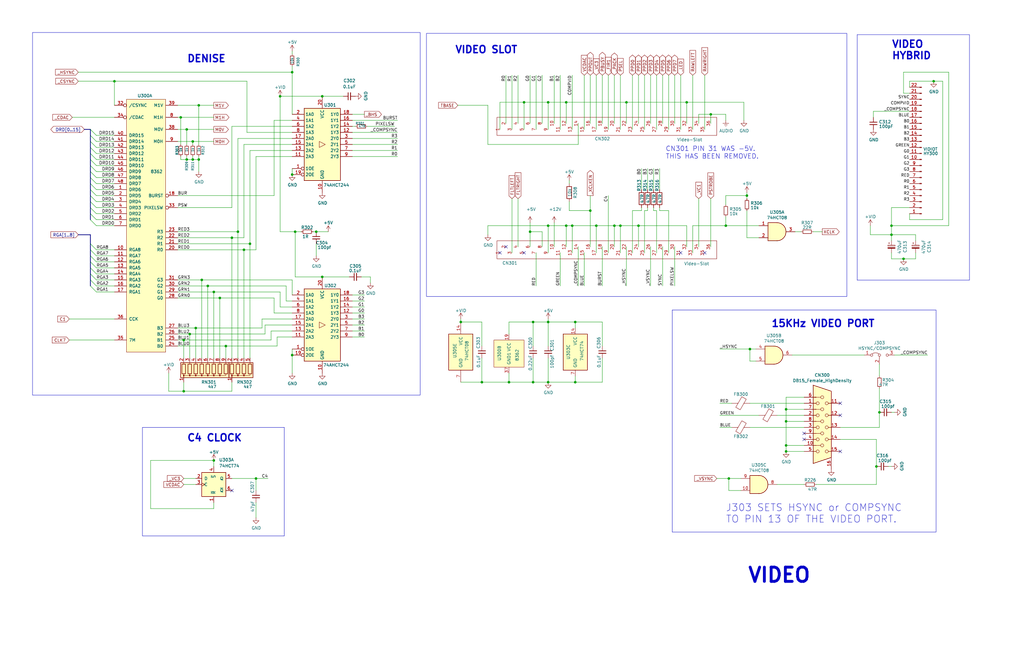
<source format=kicad_sch>
(kicad_sch (version 20231120) (generator "eeschema") (generator_version "8.0")
  (paper "B")
  (title_block (title "AMIGA PCI") (date "2024-07-03") (rev "4.0"))
  (junction (at 223.52 97.79))
  (junction (at 123.19 73.66))
  (junction (at 289.56 43.18))
  (junction (at 231.14 95.25))
  (junction (at 78.74 54.61))
  (junction (at 314.96 82.55))
  (junction (at 76.2 49.53))
  (junction (at 194.31 135.89))
  (junction (at 241.3 95.25))
  (junction (at 248.92 88.9))
  (junction (at 135.89 40.64))
  (junction (at 370.84 173.99))
  (junction (at 242.57 135.89))
  (junction (at 83.82 44.45))
  (junction (at 375.92 99.06))
  (junction (at 123.19 30.48))
  (junction (at 102.87 105.41))
  (junction (at 261.62 95.25))
  (junction (at 90.17 123.19))
  (junction (at 203.2 161.29))
  (junction (at 105.41 102.87))
  (junction (at 97.79 100.33))
  (junction (at 81.28 59.69))
  (junction (at 82.55 138.43))
  (junction (at 316.23 147.32))
  (junction (at 214.63 161.29))
  (junction (at 259.08 95.25))
  (junction (at 393.7 34.29))
  (junction (at 48.26 34.29))
  (junction (at 307.34 201.93))
  (junction (at 331.47 177.8))
  (junction (at 299.72 48.26))
  (junction (at 124.46 97.79))
  (junction (at 331.47 172.72))
  (junction (at 85.09 118.11))
  (junction (at 238.76 43.18))
  (junction (at 231.14 135.89))
  (junction (at 269.24 95.25))
  (junction (at 224.79 161.29))
  (junction (at 100.33 97.79))
  (junction (at 231.14 43.18))
  (junction (at 224.79 135.89))
  (junction (at 369.57 196.85))
  (junction (at 306.07 95.25))
  (junction (at 123.19 149.86))
  (junction (at 81.28 67.31))
  (junction (at 231.14 161.29))
  (junction (at 83.82 67.31))
  (junction (at 331.47 187.96))
  (junction (at 95.25 146.05))
  (junction (at 242.57 161.29))
  (junction (at 118.11 40.64))
  (junction (at 77.47 165.1))
  (junction (at 87.63 120.65))
  (junction (at 381 109.22))
  (junction (at 80.01 140.97))
  (junction (at 107.95 201.93))
  (junction (at 77.47 143.51))
  (junction (at 238.76 95.25))
  (junction (at 331.47 190.5))
  (junction (at 92.71 125.73))
  (junction (at 135.89 116.84))
  (junction (at 220.98 43.18))
  (junction (at 375.92 95.25))
  (junction (at 90.17 194.31))
  (junction (at 264.16 43.18))
  (junction (at 251.46 95.25))
  (junction (at 78.74 67.31))
  (junction (at 133.35 97.79))
  (no_connect (at 287.02 106.68))
  (no_connect (at 213.36 104.14))
  (no_connect (at 210.82 106.68))
  (no_connect (at 354.33 170.18))
  (no_connect (at 339.09 185.42))
  (no_connect (at 354.33 175.26))
  (no_connect (at 97.79 207.01))
  (no_connect (at 297.18 106.68))
  (no_connect (at 220.98 106.68))
  (no_connect (at 354.33 190.5))
  (no_connect (at 339.09 182.88))
  (bus_entry (at 40.64 118.11) (size -2.54 -2.54))
  (bus_entry (at 40.64 77.47) (size -2.54 -2.54))
  (bus_entry (at 40.64 80.01) (size -2.54 -2.54))
  (bus_entry (at 40.64 59.69) (size -2.54 -2.54))
  (bus_entry (at 40.64 85.09) (size -2.54 -2.54))
  (bus_entry (at 40.64 72.39) (size -2.54 -2.54))
  (bus_entry (at 40.64 57.15) (size -2.54 -2.54))
  (bus_entry (at 40.64 62.23) (size -2.54 -2.54))
  (bus_entry (at 40.64 95.25) (size -2.54 -2.54))
  (bus_entry (at 40.64 107.95) (size -2.54 -2.54))
  (bus_entry (at 40.64 113.03) (size -2.54 -2.54))
  (bus_entry (at 40.64 123.19) (size -2.54 -2.54))
  (bus_entry (at 40.64 110.49) (size -2.54 -2.54))
  (bus_entry (at 40.64 82.55) (size -2.54 -2.54))
  (bus_entry (at 40.64 67.31) (size -2.54 -2.54))
  (bus_entry (at 40.64 90.17) (size -2.54 -2.54))
  (bus_entry (at 40.64 120.65) (size -2.54 -2.54))
  (bus_entry (at 40.64 64.77) (size -2.54 -2.54))
  (bus_entry (at 40.64 92.71) (size -2.54 -2.54))
  (bus_entry (at 40.64 69.85) (size -2.54 -2.54))
  (bus_entry (at 40.64 87.63) (size -2.54 -2.54))
  (bus_entry (at 40.64 115.57) (size -2.54 -2.54))
  (bus_entry (at 40.64 105.41) (size -2.54 -2.54))
  (bus_entry (at 40.64 74.93) (size -2.54 -2.54))
  (wire (pts (xy 218.44 104.14) (xy 218.44 83.82)))
  (wire (pts (xy 303.53 180.34) (xy 308.61 180.34)))
  (wire (pts (xy 327.66 175.26) (xy 339.09 175.26)))
  (wire (pts (xy 251.46 54.61) (xy 251.46 31.75)))
  (wire (pts (xy 383.54 34.29) (xy 393.7 34.29)))
  (wire (pts (xy 148.59 55.88) (xy 167.64 55.88)))
  (wire (pts (xy 297.18 54.61) (xy 297.18 31.75)))
  (wire (pts (xy 118.11 129.54) (xy 118.11 123.19)))
  (wire (pts (xy 383.54 92.71) (xy 383.54 90.17)))
  (wire (pts (xy 292.1 95.25) (xy 306.07 95.25)))
  (wire (pts (xy 82.55 138.43) (xy 110.49 138.43)))
  (wire (pts (xy 264.16 43.18) (xy 289.56 43.18)))
  (wire (pts (xy 400.05 30.48) (xy 400.05 95.25)))
  (wire (pts (xy 76.2 49.53) (xy 90.17 49.53)))
  (bus (pts (xy 38.1 54.61) (xy 38.1 57.15)))
  (wire (pts (xy 100.33 97.79) (xy 100.33 151.13)))
  (wire (pts (xy 242.57 161.29) (xy 254 161.29)))
  (wire (pts (xy 203.2 161.29) (xy 194.31 161.29)))
  (wire (pts (xy 215.9 54.61) (xy 215.9 31.75)))
  (wire (pts (xy 226.06 54.61) (xy 226.06 31.75)))
  (wire (pts (xy 254 135.89) (xy 242.57 135.89)))
  (wire (pts (xy 148.59 137.16) (xy 153.67 137.16)))
  (bus (pts (xy 38.1 99.06) (xy 38.1 102.87)))
  (wire (pts (xy 281.94 88.9) (xy 281.94 106.68)))
  (wire (pts (xy 256.54 54.61) (xy 256.54 31.75)))
  (wire (pts (xy 271.78 88.9) (xy 273.05 88.9)))
  (wire (pts (xy 251.46 95.25) (xy 241.3 95.25)))
  (wire (pts (xy 254 104.14) (xy 254 120.65)))
  (wire (pts (xy 74.93 140.97) (xy 80.01 140.97)))
  (wire (pts (xy 231.14 151.13) (xy 231.14 161.29)))
  (wire (pts (xy 156.21 119.38) (xy 156.21 116.84)))
  (wire (pts (xy 303.53 175.26) (xy 320.04 175.26)))
  (wire (pts (xy 48.26 62.23) (xy 40.64 62.23)))
  (wire (pts (xy 82.55 138.43) (xy 82.55 151.13)))
  (wire (pts (xy 241.3 106.68) (xy 241.3 95.25)))
  (wire (pts (xy 231.14 95.25) (xy 205.74 95.25)))
  (wire (pts (xy 381 30.48) (xy 400.05 30.48)))
  (wire (pts (xy 193.04 44.45) (xy 205.74 44.45)))
  (wire (pts (xy 81.28 67.31) (xy 83.82 67.31)))
  (wire (pts (xy 299.72 52.07) (xy 299.72 48.26)))
  (wire (pts (xy 224.79 146.05) (xy 224.79 135.89)))
  (wire (pts (xy 48.26 87.63) (xy 40.64 87.63)))
  (wire (pts (xy 270.51 88.9) (xy 266.7 88.9)))
  (wire (pts (xy 254 161.29) (xy 254 151.13)))
  (wire (pts (xy 77.47 165.1) (xy 71.12 165.1)))
  (wire (pts (xy 370.84 153.67) (xy 370.84 158.75)))
  (wire (pts (xy 256.54 82.55) (xy 256.54 106.68)))
  (wire (pts (xy 40.64 118.11) (xy 48.26 118.11)))
  (wire (pts (xy 246.38 106.68) (xy 246.38 120.65)))
  (wire (pts (xy 74.93 125.73) (xy 92.71 125.73)))
  (wire (pts (xy 144.78 40.64) (xy 135.89 40.64)))
  (wire (pts (xy 148.59 142.24) (xy 153.67 142.24)))
  (bus (pts (xy 38.1 110.49) (xy 38.1 113.03)))
  (wire (pts (xy 40.64 90.17) (xy 48.26 90.17)))
  (wire (pts (xy 203.2 146.05) (xy 203.2 135.89)))
  (wire (pts (xy 77.47 143.51) (xy 114.3 143.51)))
  (wire (pts (xy 105.41 102.87) (xy 105.41 63.5)))
  (wire (pts (xy 218.44 52.07) (xy 218.44 31.75)))
  (wire (pts (xy 299.72 48.26) (xy 306.07 48.26)))
  (wire (pts (xy 203.2 151.13) (xy 203.2 161.29)))
  (wire (pts (xy 83.82 44.45) (xy 83.82 60.96)))
  (wire (pts (xy 194.31 134.62) (xy 194.31 135.89)))
  (wire (pts (xy 367.03 99.06) (xy 367.03 95.25)))
  (wire (pts (xy 104.14 55.88) (xy 104.14 34.29)))
  (wire (pts (xy 224.79 135.89) (xy 231.14 135.89)))
  (wire (pts (xy 251.46 106.68) (xy 251.46 95.25)))
  (wire (pts (xy 147.32 116.84) (xy 135.89 116.84)))
  (wire (pts (xy 33.02 30.48) (xy 123.19 30.48)))
  (wire (pts (xy 274.32 104.14) (xy 274.32 120.65)))
  (wire (pts (xy 102.87 105.41) (xy 107.95 105.41)))
  (wire (pts (xy 48.26 67.31) (xy 40.64 67.31)))
  (wire (pts (xy 240.03 88.9) (xy 248.92 88.9)))
  (wire (pts (xy 74.93 87.63) (xy 97.79 87.63)))
  (wire (pts (xy 231.14 161.29) (xy 242.57 161.29)))
  (wire (pts (xy 238.76 43.18) (xy 264.16 43.18)))
  (wire (pts (xy 102.87 100.33) (xy 102.87 60.96)))
  (wire (pts (xy 48.26 49.53) (xy 30.48 49.53)))
  (wire (pts (xy 316.23 170.18) (xy 339.09 170.18)))
  (wire (pts (xy 124.46 97.79) (xy 127 97.79)))
  (wire (pts (xy 314.96 88.9) (xy 314.96 100.33)))
  (wire (pts (xy 241.3 54.61) (xy 241.3 31.75)))
  (wire (pts (xy 107.95 201.93) (xy 113.03 201.93)))
  (wire (pts (xy 48.26 44.45) (xy 48.26 34.29)))
  (wire (pts (xy 294.64 52.07) (xy 294.64 48.26)))
  (wire (pts (xy 377.19 149.86) (xy 391.16 149.86)))
  (wire (pts (xy 238.76 52.07) (xy 238.76 43.18)))
  (wire (pts (xy 284.48 52.07) (xy 284.48 31.75)))
  (wire (pts (xy 294.64 104.14) (xy 294.64 83.82)))
  (wire (pts (xy 231.14 146.05) (xy 231.14 135.89)))
  (wire (pts (xy 40.64 107.95) (xy 48.26 107.95)))
  (wire (pts (xy 78.74 67.31) (xy 81.28 67.31)))
  (wire (pts (xy 316.23 147.32) (xy 318.77 147.32)))
  (wire (pts (xy 74.93 82.55) (xy 115.57 82.55)))
  (wire (pts (xy 203.2 135.89) (xy 194.31 135.89)))
  (wire (pts (xy 312.42 207.01) (xy 307.34 207.01)))
  (wire (pts (xy 220.98 54.61) (xy 220.98 43.18)))
  (wire (pts (xy 40.64 74.93) (xy 48.26 74.93)))
  (wire (pts (xy 383.54 87.63) (xy 375.92 87.63)))
  (wire (pts (xy 40.64 110.49) (xy 48.26 110.49)))
  (wire (pts (xy 74.93 143.51) (xy 77.47 143.51)))
  (wire (pts (xy 154.94 53.34) (xy 166.37 53.34)))
  (wire (pts (xy 231.14 135.89) (xy 242.57 135.89)))
  (wire (pts (xy 264.16 52.07) (xy 264.16 43.18)))
  (wire (pts (xy 276.86 88.9) (xy 276.86 106.68)))
  (wire (pts (xy 114.3 139.7) (xy 123.19 139.7)))
  (wire (pts (xy 48.26 92.71) (xy 40.64 92.71)))
  (wire (pts (xy 48.26 77.47) (xy 40.64 77.47)))
  (wire (pts (xy 48.26 72.39) (xy 40.64 72.39)))
  (wire (pts (xy 246.38 54.61) (xy 246.38 31.75)))
  (wire (pts (xy 242.57 135.89) (xy 242.57 138.43)))
  (bus (pts (xy 38.1 72.39) (xy 38.1 74.93)))
  (wire (pts (xy 90.17 214.63) (xy 63.5 214.63)))
  (wire (pts (xy 148.59 66.04) (xy 167.64 66.04)))
  (wire (pts (xy 233.68 104.14) (xy 233.68 93.98)))
  (wire (pts (xy 289.56 104.14) (xy 289.56 95.25)))
  (wire (pts (xy 240.03 85.09) (xy 240.03 88.9)))
  (wire (pts (xy 254 52.07) (xy 254 31.75)))
  (wire (pts (xy 292.1 54.61) (xy 292.1 31.75)))
  (wire (pts (xy 346.71 97.79) (xy 342.9 97.79)))
  (wire (pts (xy 377.19 173.99) (xy 375.92 173.99)))
  (wire (pts (xy 123.19 149.86) (xy 123.19 157.48)))
  (wire (pts (xy 123.19 22.86) (xy 123.19 21.59)))
  (wire (pts (xy 223.52 97.79) (xy 223.52 93.98)))
  (wire (pts (xy 314.96 82.55) (xy 314.96 81.28)))
  (wire (pts (xy 316.23 152.4) (xy 316.23 147.32)))
  (wire (pts (xy 233.68 52.07) (xy 233.68 31.75)))
  (wire (pts (xy 123.19 30.48) (xy 123.19 48.26)))
  (wire (pts (xy 299.72 104.14) (xy 299.72 83.82)))
  (wire (pts (xy 307.34 207.01) (xy 307.34 201.93)))
  (wire (pts (xy 383.54 39.37) (xy 381 39.37)))
  (wire (pts (xy 102.87 60.96) (xy 123.19 60.96)))
  (wire (pts (xy 215.9 106.68) (xy 215.9 83.82)))
  (wire (pts (xy 375.92 196.85) (xy 374.65 196.85)))
  (wire (pts (xy 74.93 49.53) (xy 76.2 49.53)))
  (wire (pts (xy 148.59 48.26) (xy 153.67 48.26)))
  (wire (pts (xy 80.01 140.97) (xy 111.76 140.97)))
  (wire (pts (xy 302.26 201.93) (xy 307.34 201.93)))
  (wire (pts (xy 97.79 53.34) (xy 97.79 87.63)))
  (wire (pts (xy 205.74 44.45) (xy 205.74 60.96)))
  (wire (pts (xy 74.93 54.61) (xy 78.74 54.61)))
  (bus (pts (xy 38.1 57.15) (xy 38.1 59.69)))
  (wire (pts (xy 327.66 204.47) (xy 339.09 204.47)))
  (wire (pts (xy 370.84 163.83) (xy 370.84 173.99)))
  (wire (pts (xy 148.59 60.96) (xy 167.64 60.96)))
  (wire (pts (xy 386.08 109.22) (xy 381 109.22)))
  (wire (pts (xy 339.09 172.72) (xy 331.47 172.72)))
  (wire (pts (xy 148.59 139.7) (xy 153.67 139.7)))
  (wire (pts (xy 279.4 120.65) (xy 279.4 104.14)))
  (wire (pts (xy 87.63 120.65) (xy 87.63 151.13)))
  (wire (pts (xy 148.59 134.62) (xy 153.67 134.62)))
  (wire (pts (xy 334.01 149.86) (xy 364.49 149.86)))
  (bus (pts (xy 38.1 115.57) (xy 38.1 118.11)))
  (wire (pts (xy 133.35 97.79) (xy 138.43 97.79)))
  (wire (pts (xy 83.82 72.39) (xy 83.82 67.31)))
  (wire (pts (xy 231.14 106.68) (xy 231.14 95.25)))
  (wire (pts (xy 123.19 71.12) (xy 123.19 73.66)))
  (wire (pts (xy 123.19 142.24) (xy 116.84 142.24)))
  (wire (pts (xy 270.51 71.12) (xy 270.51 80.01)))
  (wire (pts (xy 123.19 137.16) (xy 111.76 137.16)))
  (wire (pts (xy 77.47 201.93) (xy 82.55 201.93)))
  (wire (pts (xy 370.84 173.99) (xy 370.84 180.34)))
  (wire (pts (xy 228.6 97.79) (xy 223.52 97.79)))
  (wire (pts (xy 74.93 102.87) (xy 105.41 102.87)))
  (wire (pts (xy 306.07 86.36) (xy 306.07 82.55)))
  (wire (pts (xy 156.21 116.84) (xy 152.4 116.84)))
  (wire (pts (xy 148.59 50.8) (xy 167.64 50.8)))
  (bus (pts (xy 38.1 62.23) (xy 38.1 64.77)))
  (wire (pts (xy 275.59 87.63) (xy 275.59 88.9)))
  (wire (pts (xy 40.64 123.19) (xy 48.26 123.19)))
  (wire (pts (xy 331.47 167.64) (xy 331.47 172.72)))
  (wire (pts (xy 243.84 60.96) (xy 243.84 52.07)))
  (wire (pts (xy 275.59 71.12) (xy 275.59 80.01)))
  (bus (pts (xy 38.1 102.87) (xy 38.1 105.41)))
  (wire (pts (xy 63.5 194.31) (xy 90.17 194.31)))
  (wire (pts (xy 40.64 105.41) (xy 48.26 105.41)))
  (wire (pts (xy 63.5 214.63) (xy 63.5 194.31)))
  (wire (pts (xy 40.64 120.65) (xy 48.26 120.65)))
  (wire (pts (xy 81.28 59.69) (xy 90.17 59.69)))
  (wire (pts (xy 77.47 204.47) (xy 82.55 204.47)))
  (wire (pts (xy 228.6 104.14) (xy 228.6 97.79)))
  (wire (pts (xy 386.08 106.68) (xy 386.08 109.22)))
  (wire (pts (xy 115.57 132.08) (xy 123.19 132.08)))
  (wire (pts (xy 386.08 99.06) (xy 386.08 101.6)))
  (wire (pts (xy 284.48 104.14) (xy 284.48 120.65)))
  (wire (pts (xy 40.64 113.03) (xy 48.26 113.03)))
  (wire (pts (xy 123.19 129.54) (xy 118.11 129.54)))
  (wire (pts (xy 276.86 54.61) (xy 276.86 31.75)))
  (wire (pts (xy 368.3 46.99) (xy 368.3 49.53)))
  (wire (pts (xy 48.26 34.29) (xy 104.14 34.29)))
  (wire (pts (xy 81.28 59.69) (xy 81.28 60.96)))
  (wire (pts (xy 87.63 120.65) (xy 120.65 120.65)))
  (wire (pts (xy 270.51 87.63) (xy 270.51 88.9)))
  (wire (pts (xy 269.24 52.07) (xy 269.24 31.75)))
  (wire (pts (xy 266.7 54.61) (xy 266.7 31.75)))
  (wire (pts (xy 248.92 52.07) (xy 248.92 31.75)))
  (bus (pts (xy 35.56 54.61) (xy 38.1 54.61)))
  (wire (pts (xy 266.7 88.9) (xy 266.7 106.68)))
  (wire (pts (xy 110.49 134.62) (xy 110.49 138.43)))
  (wire (pts (xy 107.95 66.04) (xy 107.95 105.41)))
  (wire (pts (xy 123.19 147.32) (xy 123.19 149.86)))
  (wire (pts (xy 397.51 34.29) (xy 397.51 92.71)))
  (wire (pts (xy 313.69 43.18) (xy 313.69 50.8)))
  (wire (pts (xy 40.64 85.09) (xy 48.26 85.09)))
  (wire (pts (xy 77.47 161.29) (xy 77.47 165.1)))
  (bus (pts (xy 38.1 77.47) (xy 38.1 80.01)))
  (bus (pts (xy 38.1 80.01) (xy 38.1 82.55)))
  (wire (pts (xy 269.24 95.25) (xy 261.62 95.25)))
  (wire (pts (xy 236.22 106.68) (xy 236.22 120.65)))
  (wire (pts (xy 238.76 95.25) (xy 231.14 95.25)))
  (wire (pts (xy 74.93 59.69) (xy 81.28 59.69)))
  (wire (pts (xy 292.1 106.68) (xy 292.1 95.25)))
  (wire (pts (xy 148.59 53.34) (xy 149.86 53.34)))
  (wire (pts (xy 231.14 134.62) (xy 231.14 135.89)))
  (wire (pts (xy 214.63 157.48) (xy 214.63 161.29)))
  (wire (pts (xy 203.2 161.29) (xy 214.63 161.29)))
  (wire (pts (xy 148.59 129.54) (xy 153.67 129.54)))
  (wire (pts (xy 224.79 161.29) (xy 231.14 161.29)))
  (wire (pts (xy 278.13 87.63) (xy 278.13 88.9)))
  (wire (pts (xy 339.09 187.96) (xy 331.47 187.96)))
  (wire (pts (xy 83.82 44.45) (xy 90.17 44.45)))
  (wire (pts (xy 148.59 124.46) (xy 153.67 124.46)))
  (wire (pts (xy 76.2 49.53) (xy 76.2 60.96)))
  (wire (pts (xy 123.19 27.94) (xy 123.19 30.48)))
  (wire (pts (xy 148.59 127) (xy 153.67 127)))
  (wire (pts (xy 273.05 88.9) (xy 273.05 87.63)))
  (wire (pts (xy 236.22 54.61) (xy 236.22 31.75)))
  (bus (pts (xy 38.1 118.11) (xy 38.1 120.65)))
  (bus (pts (xy 38.1 87.63) (xy 38.1 90.17)))
  (wire (pts (xy 40.64 69.85) (xy 48.26 69.85)))
  (bus (pts (xy 38.1 113.03) (xy 38.1 115.57)))
  (wire (pts (xy 71.12 157.48) (xy 71.12 165.1)))
  (wire (pts (xy 259.08 52.07) (xy 259.08 31.75)))
  (wire (pts (xy 261.62 106.68) (xy 261.62 95.25)))
  (wire (pts (xy 97.79 161.29) (xy 97.79 165.1)))
  (wire (pts (xy 74.93 44.45) (xy 83.82 44.45)))
  (wire (pts (xy 261.62 54.61) (xy 261.62 31.75)))
  (wire (pts (xy 316.23 147.32) (xy 303.53 147.32)))
  (wire (pts (xy 331.47 190.5) (xy 339.09 190.5)))
  (wire (pts (xy 97.79 201.93) (xy 107.95 201.93)))
  (wire (pts (xy 214.63 135.89) (xy 214.63 140.97)))
  (wire (pts (xy 95.25 146.05) (xy 95.25 151.13)))
  (wire (pts (xy 213.36 52.07) (xy 213.36 31.75)))
  (bus (pts (xy 38.1 74.93) (xy 38.1 77.47)))
  (wire (pts (xy 102.87 105.41) (xy 102.87 151.13)))
  (wire (pts (xy 306.07 82.55) (xy 314.96 82.55)))
  (wire (pts (xy 287.02 54.61) (xy 287.02 31.75)))
  (wire (pts (xy 123.19 66.04) (xy 107.95 66.04)))
  (bus (pts (xy 38.1 67.31) (xy 38.1 69.85)))
  (wire (pts (xy 339.09 177.8) (xy 331.47 177.8)))
  (wire (pts (xy 90.17 212.09) (xy 90.17 214.63)))
  (bus (pts (xy 38.1 69.85) (xy 38.1 72.39)))
  (wire (pts (xy 240.03 76.2) (xy 240.03 77.47)))
  (wire (pts (xy 83.82 67.31) (xy 83.82 66.04)))
  (wire (pts (xy 92.71 125.73) (xy 92.71 151.13)))
  (wire (pts (xy 95.25 146.05) (xy 116.84 146.05)))
  (wire (pts (xy 100.33 97.79) (xy 100.33 58.42)))
  (wire (pts (xy 40.64 115.57) (xy 48.26 115.57)))
  (wire (pts (xy 369.57 196.85) (xy 369.57 185.42)))
  (wire (pts (xy 214.63 135.89) (xy 224.79 135.89)))
  (wire (pts (xy 289.56 52.07) (xy 289.56 43.18)))
  (wire (pts (xy 231.14 54.61) (xy 231.14 43.18)))
  (wire (pts (xy 220.98 43.18) (xy 231.14 43.18)))
  (bus (pts (xy 38.1 85.09) (xy 38.1 87.63)))
  (wire (pts (xy 306.07 95.25) (xy 320.04 95.25)))
  (wire (pts (xy 97.79 53.34) (xy 123.19 53.34)))
  (wire (pts (xy 29.21 143.51) (xy 48.26 143.51)))
  (wire (pts (xy 400.05 95.25) (xy 375.92 95.25)))
  (bus (pts (xy 38.1 82.55) (xy 38.1 85.09)))
  (wire (pts (xy 135.89 40.64) (xy 118.11 40.64)))
  (wire (pts (xy 81.28 66.04) (xy 81.28 67.31)))
  (wire (pts (xy 77.47 165.1) (xy 97.79 165.1)))
  (wire (pts (xy 274.32 52.07) (xy 274.32 31.75)))
  (wire (pts (xy 124.46 97.79) (xy 124.46 116.84)))
  (wire (pts (xy 92.71 125.73) (xy 115.57 125.73)))
  (wire (pts (xy 90.17 194.31) (xy 90.17 196.85)))
  (wire (pts (xy 107.95 212.09) (xy 107.95 218.44)))
  (wire (pts (xy 123.19 127) (xy 120.65 127)))
  (wire (pts (xy 314.96 100.33) (xy 320.04 100.33)))
  (wire (pts (xy 74.93 97.79) (xy 100.33 97.79)))
  (wire (pts (xy 381 109.22) (xy 375.92 109.22)))
  (wire (pts (xy 148.59 58.42) (xy 167.64 58.42)))
  (wire (pts (xy 289.56 43.18) (xy 313.69 43.18)))
  (wire (pts (xy 97.79 100.33) (xy 97.79 151.13)))
  (bus (pts (xy 38.1 64.77) (xy 38.1 67.31)))
  (wire (pts (xy 248.92 82.55) (xy 248.92 88.9)))
  (wire (pts (xy 264.16 104.14) (xy 264.16 120.65)))
  (wire (pts (xy 243.84 104.14) (xy 243.84 120.65)))
  (wire (pts (xy 115.57 50.8) (xy 123.19 50.8)))
  (wire (pts (xy 331.47 187.96) (xy 331.47 190.5)))
  (wire (pts (xy 339.09 180.34) (xy 316.23 180.34)))
  (wire (pts (xy 275.59 88.9) (xy 276.86 88.9)))
  (wire (pts (xy 85.09 118.11) (xy 85.09 151.13)))
  (wire (pts (xy 344.17 204.47) (xy 369.57 204.47)))
  (wire (pts (xy 375.92 109.22) (xy 375.92 106.68)))
  (wire (pts (xy 78.74 54.61) (xy 78.74 60.96)))
  (wire (pts (xy 76.2 66.04) (xy 76.2 67.31)))
  (wire (pts (xy 381 39.37) (xy 381 30.48)))
  (wire (pts (xy 107.95 201.93) (xy 107.95 207.01)))
  (wire (pts (xy 303.53 170.18) (xy 308.61 170.18)))
  (wire (pts (xy 48.26 34.29) (xy 33.02 34.29)))
  (wire (pts (xy 115.57 125.73) (xy 115.57 132.08)))
  (wire (pts (xy 85.09 118.11) (xy 123.19 118.11)))
  (wire (pts (xy 111.76 137.16) (xy 111.76 140.97)))
  (wire (pts (xy 74.93 138.43) (xy 82.55 138.43)))
  (wire (pts (xy 259.08 104.14) (xy 259.08 95.25)))
  (wire (pts (xy 306.07 48.26) (xy 306.07 50.8)))
  (wire (pts (xy 226.06 106.68) (xy 226.06 120.65)))
  (wire (pts (xy 40.64 95.25) (xy 48.26 95.25)))
  (bus (pts (xy 38.1 107.95) (xy 38.1 110.49)))
  (wire (pts (xy 312.42 201.93) (xy 307.34 201.93)))
  (wire (pts (xy 369.57 204.47) (xy 369.57 196.85)))
  (wire (pts (xy 393.7 34.29) (xy 397.51 34.29)))
  (wire (pts (xy 105.41 63.5) (xy 123.19 63.5)))
  (wire (pts (xy 90.17 123.19) (xy 118.11 123.19)))
  (wire (pts (xy 281.94 54.61) (xy 281.94 31.75)))
  (wire (pts (xy 339.09 167.64) (xy 331.47 167.64)))
  (wire (pts (xy 116.84 142.24) (xy 116.84 146.05)))
  (wire (pts (xy 210.82 43.18) (xy 220.98 43.18)))
  (wire (pts (xy 148.59 63.5) (xy 167.64 63.5)))
  (wire (pts (xy 278.13 88.9) (xy 281.94 88.9)))
  (wire (pts (xy 78.74 54.61) (xy 90.17 54.61)))
  (wire (pts (xy 369.57 185.42) (xy 354.33 185.42)))
  (wire (pts (xy 100.33 58.42) (xy 123.19 58.42)))
  (wire (pts (xy 238.76 104.14) (xy 238.76 95.25)))
  (wire (pts (xy 133.35 102.87) (xy 133.35 107.95)))
  (wire (pts (xy 375.92 95.25) (xy 375.92 99.06)))
  (wire (pts (xy 231.14 43.18) (xy 238.76 43.18)))
  (bus (pts (xy 38.1 59.69) (xy 38.1 62.23)))
  (wire (pts (xy 271.78 88.9) (xy 271.78 106.68)))
  (wire (pts (xy 74.93 105.41) (xy 102.87 105.41)))
  (wire (pts (xy 331.47 172.72) (xy 331.47 177.8)))
  (wire (pts (xy 375.92 99.06) (xy 386.08 99.06)))
  (wire (pts (xy 214.63 161.29) (xy 224.79 161.29)))
  (wire (pts (xy 269.24 104.14) (xy 269.24 95.25)))
  (wire (pts (xy 254 146.05) (xy 254 135.89)))
  (wire (pts (xy 97.79 100.33) (xy 102.87 100.33)))
  (wire (pts (xy 210.82 54.61) (xy 210.82 43.18)))
  (wire (pts (xy 279.4 52.07) (xy 279.4 31.75)))
  (wire (pts (xy 242.57 161.29) (xy 242.57 158.75)))
  (wire (pts (xy 105.41 102.87) (xy 105.41 151.13)))
  (wire (pts (xy 115.57 82.55) (xy 115.57 50.8)))
  (wire (pts (xy 48.26 57.15) (xy 40.64 57.15)))
  (bus (pts (xy 38.1 105.41) (xy 38.1 107.95)))
  (wire (pts (xy 271.78 54.61) (xy 271.78 31.75)))
  (wire (pts (xy 205.74 95.25) (xy 205.74 99.06)))
  (wire (pts (xy 74.93 146.05) (xy 95.25 146.05)))
  (wire (pts (xy 273.05 71.12) (xy 273.05 80.01)))
  (wire (pts (xy 223.52 104.14) (xy 223.52 97.79)))
  (wire (pts (xy 228.6 52.07) (xy 228.6 31.75)))
  (wire (pts (xy 248.92 88.9) (xy 248.92 104.14)))
  (wire (pts (xy 29.21 134.62) (xy 48.26 134.62)))
  (wire (pts (xy 205.74 60.96) (xy 243.84 60.96)))
  (wire (pts (xy 123.19 124.46) (xy 123.19 118.11)))
  (bus (pts (xy 38.1 99.06) (xy 33.02 99.06)))
  (wire (pts (xy 318.77 152.4) (xy 316.23 152.4)))
  (wire (pts (xy 375.92 101.6) (xy 375.92 99.06)))
  (wire (pts (xy 90.17 123.19) (xy 90.17 151.13)))
  (wire (pts (xy 397.51 92.71) (xy 383.54 92.71)))
  (wire (pts (xy 148.59 132.08) (xy 153.67 132.08)))
  (wire (pts (xy 74.93 120.65) (xy 87.63 120.65)))
  (wire (pts (xy 76.2 67.31) (xy 78.74 67.31)))
  (wire (pts (xy 114.3 143.51) (xy 114.3 139.7)))
  (wire (pts (xy 74.93 100.33) (xy 97.79 100.33)))
  (wire (pts (xy 278.13 71.12) (xy 278.13 80.01)))
  (wire (pts (xy 331.47 177.8) (xy 331.47 187.96)))
  (wire (pts (xy 74.93 118.11) (xy 85.09 118.11)))
  (wire (pts (xy 132.08 97.79) (xy 133.35 97.79)))
  (wire (pts (xy 40.64 80.01) (xy 48.26 80.01)))
  (wire (pts (xy 135.89 116.84) (xy 124.46 116.84)))
  (wire (pts (xy 48.26 82.55) (xy 40.64 82.55)))
  (wire (pts (xy 259.08 95.25) (xy 251.46 95.25)))
  (wire (pts (xy 375.92 87.63) (xy 375.92 95.25)))
  (wire (pts (xy 383.54 46.99) (xy 368.3 46.99)))
  (wire (pts (xy 367.03 99.06) (xy 375.92 99.06)))
  (wire (pts (xy 314.96 83.82) (xy 314.96 82.55)))
  (wire (pts (xy 223.52 52.07) (xy 223.52 31.75)))
  (wire (pts (xy 74.93 123.19) (xy 90.17 123.19)))
  (bus (pts (xy 38.1 90.17) (xy 38.1 92.71)))
  (wire (pts (xy 78.74 66.04) (xy 78.74 67.31)))
  (wire (pts (xy 241.3 95.25) (xy 238.76 95.25)))
  (wire (pts (xy 80.01 140.97) (xy 80.01 151.13)))
  (wire (pts (xy 224.79 151.13) (xy 224.79 161.29)))
  (wire (pts (xy 289.56 95.25) (xy 269.24 95.25)))
  (wire (pts (xy 383.54 36.83) (xy 383.54 34.29)))
  (wire (pts (xy 123.19 55.88) (xy 104.14 55.88)))
  (wire (pts (xy 40.64 64.77) (xy 48.26 64.77)))
  (wire (pts (xy 118.11 97.79) (xy 124.46 97.79)))
  (wire (pts (xy 294.64 48.26) (xy 299.72 48.26)))
  (wire (pts (xy 118.11 40.64) (xy 118.11 97.79)))
  (wire (pts (xy 306.07 91.44) (xy 306.07 95.25)))
  (wire (pts (xy 354.33 180.34) (xy 370.84 180.34)))
  (wire (pts (xy 120.65 127) (xy 120.65 120.65)))
  (wire (pts (xy 261.62 95.25) (xy 259.08 95.25)))
  (wire (pts (xy 123.19 134.62) (xy 110.49 134.62)))
  (wire (pts (xy 40.64 59.69) (xy 48.26 59.69)))
  (wire (pts (xy 77.47 143.51) (xy 77.47 151.13)))
  (wire (pts (xy 337.82 97.79) (xy 335.28 97.79)))
  (rectangle (start 13.716 13.716) (end 177.165 166.751))
  (rectangle (start 179.832 14.097) (end 357.124 125.095))
  (rectangle (start 361.442 14.605) (end 408.813 118.237))
  (rectangle (start 283.464 130.81) (end 394.716 224.536))
  (rectangle (start 60.071 180.34) (end 119.888 226.187))
  (text "VIDEO SLOT" (at 191.77 22.86 0) (effects (font (size 3 3) (bold yes)) (justify left bottom)))
  (text "J303 SETS HSYNC or COMPSYNC\nTO PIN 13 OF THE VIDEO PORT." (at 306.07 220.98 0) (effects (font (size 2.9972 2.9972)) (justify left bottom)))
  (text "VIDEO\nHYBRID" (at 375.92 25.4 0) (effects (font (size 3 3) (bold yes)) (justify left bottom)))
  (text "DENISE" (at 78.74 26.67 0) (effects (font (size 3 3) (thickness 0.6) (bold yes)) (justify left bottom)))
  (text "CN301 PIN 31 WAS -5V.\nTHIS HAS BEEN REMOVED." (at 280.67 67.31 0) (effects (font (size 2 2)) (justify left bottom)))
  (text "C4 CLOCK" (at 78.74 186.69 0) (effects (font (size 3 3) (thickness 0.6) (bold yes)) (justify left bottom)))
  (text "15KHz VIDEO PORT" (at 325.12 138.43 0) (effects (font (size 3 3) (bold yes)) (justify left bottom)))
  (text "VIDEO" (at 314.96 246.38 0) (effects (font (size 6 6) (thickness 1.2) (bold yes)) (justify left bottom)))
  (label "DRD4" (at 48.26 85.09 180) (effects (font (size 1.2954 1.2954))))
  (label "RGA5" (at 40.64 113.03 0) (effects (font (size 1.2954 1.2954))))
  (label "DRD5" (at 48.26 82.55 180) (effects (font (size 1.2954 1.2954))))
  (label "BLUE" (at 246.38 120.65 90) (effects (font (size 1.1938 1.1938))))
  (label "B1" (at 383.54 54.61 180) (effects (font (size 1.1938 1.1938))))
  (label "G2" (at 228.6 31.75 270))
  (label "R2" (at 383.54 82.55 180) (effects (font (size 1.1938 1.1938))))
  (label "R0" (at 213.36 31.75 270))
  (label "G2" (at 383.54 69.85 180) (effects (font (size 1.1938 1.1938))))
  (label "G3" (at 275.59 71.12 270))
  (label "DRD13" (at 48.26 62.23 180) (effects (font (size 1.2954 1.2954))))
  (label "B1" (at 153.67 139.7 180))
  (label "BLU3" (at 74.93 138.43 0))
  (label "PSW" (at 74.93 87.63 0))
  (label "RED2" (at 74.93 100.33 0))
  (label "COMPVID" (at 241.3 31.75 270))
  (label "BLU1" (at 74.93 143.51 0))
  (label "B0" (at 153.67 142.24 180))
  (label "DRD3" (at 48.26 87.63 180) (effects (font (size 1.2954 1.2954))))
  (label "BLUE" (at 383.54 49.53 180) (effects (font (size 1.1938 1.1938))))
  (label "GRN1" (at 74.93 123.19 0))
  (label "RED3" (at 74.93 97.79 0))
  (label "G1" (at 226.06 31.75 270))
  (label "RGA4" (at 40.64 115.57 0) (effects (font (size 1.2954 1.2954))))
  (label "R3" (at 383.54 85.09 180) (effects (font (size 1.1938 1.1938))))
  (label "B1" (at 233.68 31.75 270))
  (label "RGA6" (at 40.64 110.49 0) (effects (font (size 1.2954 1.2954))))
  (label "B3" (at 273.05 71.12 270))
  (label "B2" (at 383.54 57.15 180) (effects (font (size 1.1938 1.1938))))
  (label "COMPVID" (at 383.54 44.45 180) (effects (font (size 1.1938 1.1938))))
  (label "RGA3" (at 40.64 118.11 0) (effects (font (size 1.2954 1.2954))))
  (label "SYNC" (at 279.4 120.65 90))
  (label "B0" (at 270.51 71.12 270))
  (label "DRD2" (at 48.26 90.17 180) (effects (font (size 1.2954 1.2954))))
  (label "GREEN" (at 236.22 120.65 90) (effects (font (size 1.1938 1.1938))))
  (label "GREEN" (at 303.53 175.26 0) (effects (font (size 1.1938 1.1938))))
  (label "DRD12" (at 48.26 64.77 180) (effects (font (size 1.2954 1.2954))))
  (label "DRD0" (at 48.26 95.25 180) (effects (font (size 1.2954 1.2954))))
  (label "BUR" (at 74.93 82.55 0))
  (label "RED0" (at 74.93 105.41 0))
  (label "_COMPSYNC" (at 243.84 120.65 90) (effects (font (size 1.1938 1.1938))))
  (label "C4" (at 256.54 82.55 270))
  (label "R0" (at 383.54 77.47 180) (effects (font (size 1.1938 1.1938))))
  (label "B0" (at 383.54 52.07 180) (effects (font (size 1.1938 1.1938))))
  (label "RGA2" (at 40.64 120.65 0) (effects (font (size 1.2954 1.2954))))
  (label "R2" (at 167.64 60.96 180))
  (label "BURST" (at 254 120.65 90))
  (label "G1" (at 153.67 129.54 180))
  (label "DRD14" (at 48.26 59.69 180) (effects (font (size 1.2954 1.2954))))
  (label "DRD7" (at 48.26 77.47 180) (effects (font (size 1.2954 1.2954))))
  (label "B3" (at 383.54 59.69 180) (effects (font (size 1.1938 1.1938))))
  (label "DRD11" (at 48.26 67.31 180) (effects (font (size 1.2954 1.2954))))
  (label "R3" (at 278.13 71.12 270))
  (label "_COMPSYNC" (at 167.64 55.88 180))
  (label "DRD10" (at 48.26 69.85 180) (effects (font (size 1.2954 1.2954))))
  (label "R1" (at 215.9 31.75 270))
  (label "PIXELSW" (at 166.37 53.34 180))
  (label "RED1" (at 74.93 102.87 0))
  (label "_COMPSYNC" (at 391.16 149.86 180))
  (label "B2" (at 153.67 137.16 180))
  (label "GRN3" (at 74.93 118.11 0))
  (label "RGA8" (at 40.64 105.41 0) (effects (font (size 1.2954 1.2954))))
  (label "G0" (at 223.52 31.75 270))
  (label "G3" (at 383.54 72.39 180) (effects (font (size 1.1938 1.1938))))
  (label "R0" (at 167.64 66.04 180))
  (label "BLU2" (at 74.93 140.97 0))
  (label "_VSYNC" (at 274.32 120.65 90))
  (label "BLU0" (at 74.93 146.05 0))
  (label "DRD15" (at 48.26 57.15 180) (effects (font (size 1.2954 1.2954))))
  (label "PIXELSW" (at 284.48 120.65 90))
  (label "G3" (at 153.67 124.46 180))
  (label "BURST" (at 167.64 50.8 180))
  (label "DRD8" (at 48.26 74.93 180) (effects (font (size 1.2954 1.2954))))
  (label "B3" (at 153.67 134.62 180))
  (label "R2" (at 218.44 31.75 270))
  (label "DRD1" (at 48.26 92.71 180) (effects (font (size 1.2954 1.2954))))
  (label "_HSYNC" (at 264.16 120.65 90))
  (label "RED" (at 303.53 170.18 0) (effects (font (size 1.1938 1.1938))))
  (label "R1" (at 167.64 63.5 180))
  (label "B2" (at 236.22 31.75 270))
  (label "GRN2" (at 74.93 120.65 0))
  (label "BLUE" (at 303.53 180.34 0) (effects (font (size 1.1938 1.1938))))
  (label "G0" (at 383.54 64.77 180) (effects (font (size 1.1938 1.1938))))
  (label "RED" (at 383.54 74.93 180) (effects (font (size 1.1938 1.1938))))
  (label "C4" (at 113.03 201.93 180))
  (label "R3" (at 167.64 58.42 180))
  (label "RGA7" (at 40.64 107.95 0) (effects (font (size 1.2954 1.2954))))
  (label "_HSYNC" (at 303.53 147.32 0))
  (label "G0" (at 153.67 132.08 180))
  (label "RGA1" (at 40.64 123.19 0) (effects (font (size 1.2954 1.2954))))
  (label "DRD6" (at 48.26 80.01 180) (effects (font (size 1.2954 1.2954))))
  (label "GREEN" (at 383.54 62.23 180) (effects (font (size 1.1938 1.1938))))
  (label "_COMPSYNC" (at 383.54 46.99 180) (effects (font (size 1.1938 1.1938))))
  (label "G2" (at 153.67 127 180))
  (label "DRD9" (at 48.26 72.39 180) (effects (font (size 1.2954 1.2954))))
  (label "GRN0" (at 74.93 125.73 0))
  (label "G1" (at 383.54 67.31 180) (effects (font (size 1.1938 1.1938))))
  (label "RED" (at 226.06 120.65 90) (effects (font (size 1.1938 1.1938))))
  (label "SYNC" (at 383.54 41.91 180) (effects (font (size 1.1938 1.1938))))
  (label "R1" (at 383.54 80.01 180) (effects (font (size 1.1938 1.1938))))
  (global_label "_VSYNC" (shape input) (at 302.26 201.93 180) (property "Intersheetrefs" "${INTERSHEET_REFS}" (at 292.3994 201.93 0) (effects (justify right))))
  (global_label "FLTLEFT" (shape input) (at 215.9 83.82 90) (property "Intersheetrefs" "${INTERSHEET_REFS}" (at 215.9 73.5966 90) (effects (justify left))))
  (global_label "PPD4" (shape bidirectional) (at 276.86 31.75 90) (property "Intersheetrefs" "${INTERSHEET_REFS}" (at 276.86 22.7134 90) (effects (justify left))))
  (global_label "PSTROBE" (shape input) (at 299.72 83.82 90) (property "Intersheetrefs" "${INTERSHEET_REFS}" (at 299.72 72.4476 90) (effects (justify left))))
  (global_label "_VC3" (shape input) (at 251.46 31.75 90) (property "Intersheetrefs" "${INTERSHEET_REFS}" (at 251.46 24.3085 90) (effects (justify left))))
  (global_label "FLTRIGHT" (shape input) (at 218.44 83.82 90) (property "Intersheetrefs" "${INTERSHEET_REFS}" (at 218.44 72.387 90) (effects (justify left))))
  (global_label "_CSYNC" (shape input) (at 33.02 34.29 180) (property "Intersheetrefs" "${INTERSHEET_REFS}" (at 22.978 34.29 0) (effects (justify right))))
  (global_label "PPD1" (shape bidirectional) (at 269.24 31.75 90) (property "Intersheetrefs" "${INTERSHEET_REFS}" (at 269.24 22.7134 90) (effects (justify left))))
  (global_label "XCLK" (shape output) (at 346.71 97.79 0) (property "Intersheetrefs" "${INTERSHEET_REFS}" (at 354.3934 97.79 0) (effects (justify left))))
  (global_label "CLK7" (shape input) (at 29.21 143.51 180) (property "Intersheetrefs" "${INTERSHEET_REFS}" (at 21.4472 143.51 0) (effects (justify right))))
  (global_label "M1V" (shape output) (at 90.17 44.45 0) (property "Intersheetrefs" "${INTERSHEET_REFS}" (at 96.8253 44.45 0) (effects (justify left))))
  (global_label "VCDAC" (shape input) (at 77.47 204.47 180) (property "Intersheetrefs" "${INTERSHEET_REFS}" (at 68.4976 204.47 0) (effects (justify right))))
  (global_label "_PACK" (shape bidirectional) (at 259.08 31.75 90) (property "Intersheetrefs" "${INTERSHEET_REFS}" (at 259.08 21.8667 90) (effects (justify left))))
  (global_label "_CDAC" (shape input) (at 30.48 49.53 180) (property "Intersheetrefs" "${INTERSHEET_REFS}" (at 21.708 49.53 0) (effects (justify right))))
  (global_label "PPD7" (shape bidirectional) (at 284.48 31.75 90) (property "Intersheetrefs" "${INTERSHEET_REFS}" (at 284.48 22.7134 90) (effects (justify left))))
  (global_label "_LED" (shape input) (at 287.02 31.75 90) (property "Intersheetrefs" "${INTERSHEET_REFS}" (at 287.02 24.4295 90) (effects (justify left))))
  (global_label "_FIR1" (shape input) (at 256.54 31.75 90) (property "Intersheetrefs" "${INTERSHEET_REFS}" (at 256.54 23.6243 90) (effects (justify left))))
  (global_label "DRD[0..15]" (shape bidirectional) (at 35.56 54.61 180) (effects (font (size 1.2954 1.2954))) (property "Intersheetrefs" "${INTERSHEET_REFS}" (at 20.9148 54.61 0) (effects (justify right))))
  (global_label "PSEL" (shape input) (at 261.62 31.75 90) (property "Intersheetrefs" "${INTERSHEET_REFS}" (at 261.62 24.1876 90) (effects (justify left))))
  (global_label "PBUSY" (shape bidirectional) (at 254 31.75 90) (property "Intersheetrefs" "${INTERSHEET_REFS}" (at 254 21.5643 90) (effects (justify left))))
  (global_label "RAWRIGHT" (shape input) (at 297.18 31.75 90) (property "Intersheetrefs" "${INTERSHEET_REFS}" (at 297.18 19.5913 90) (effects (justify left))))
  (global_label "VCDAC" (shape input) (at 246.38 31.75 90) (property "Intersheetrefs" "${INTERSHEET_REFS}" (at 246.38 22.857 90) (effects (justify left))))
  (global_label "PPOUT" (shape bidirectional) (at 248.92 31.75 90) (property "Intersheetrefs" "${INTERSHEET_REFS}" (at 248.92 21.5643 90) (effects (justify left))))
  (global_label "_VC3" (shape input) (at 77.47 201.93 180) (property "Intersheetrefs" "${INTERSHEET_REFS}" (at 70.0285 201.93 0) (effects (justify right))))
  (global_label "_BHS" (shape output) (at 153.67 48.26 0) (property "Intersheetrefs" "${INTERSHEET_REFS}" (at 161.163 47.371 0) (effects (justify left))))
  (global_label "M0H" (shape output) (at 90.17 59.69 0) (property "Intersheetrefs" "${INTERSHEET_REFS}" (at 93.98 61.976 0) (effects (justify left))))
  (global_label "_XCLKEN" (shape output) (at 248.92 82.55 90) (property "Intersheetrefs" "${INTERSHEET_REFS}" (at 248.92 71.4195 90) (effects (justify left))))
  (global_label "_VC1" (shape input) (at 294.64 83.82 90) (property "Intersheetrefs" "${INTERSHEET_REFS}" (at 294.64 76.3785 90) (effects (justify left))))
  (global_label "PPD3" (shape bidirectional) (at 274.32 31.75 90) (property "Intersheetrefs" "${INTERSHEET_REFS}" (at 274.32 22.7134 90) (effects (justify left))))
  (global_label "PPD6" (shape bidirectional) (at 281.94 31.75 90) (property "Intersheetrefs" "${INTERSHEET_REFS}" (at 281.94 22.7134 90) (effects (justify left))))
  (global_label "PPD2" (shape bidirectional) (at 271.78 31.75 90) (property "Intersheetrefs" "${INTERSHEET_REFS}" (at 271.78 22.7134 90) (effects (justify left))))
  (global_label "PPD0" (shape bidirectional) (at 266.7 31.75 90) (property "Intersheetrefs" "${INTERSHEET_REFS}" (at 266.7 22.7134 90) (effects (justify left))))
  (global_label "RAWLEFT" (shape input) (at 292.1 31.75 90) (property "Intersheetrefs" "${INTERSHEET_REFS}" (at 292.1 20.8009 90) (effects (justify left))))
  (global_label "_HSYNC" (shape input) (at 33.02 30.48 180) (property "Intersheetrefs" "${INTERSHEET_REFS}" (at 22.9175 30.48 0) (effects (justify right))))
  (global_label "C1" (shape input) (at 29.21 134.62 180) (property "Intersheetrefs" "${INTERSHEET_REFS}" (at 23.8247 134.62 0) (effects (justify right))))
  (global_label "M0V" (shape output) (at 90.17 54.61 0) (property "Intersheetrefs" "${INTERSHEET_REFS}" (at 94.234 57.023 0) (effects (justify left))))
  (global_label "RGA[1..8]" (shape input) (at 33.02 99.06 180) (effects (font (size 1.2954 1.2954))) (property "Intersheetrefs" "${INTERSHEET_REFS}" (at 20.9271 99.06 0) (effects (justify right))))
  (global_label "PPD5" (shape bidirectional) (at 279.4 31.75 90) (property "Intersheetrefs" "${INTERSHEET_REFS}" (at 279.4 22.7134 90) (effects (justify left))))
  (global_label "M1H" (shape output) (at 90.17 49.53 0) (property "Intersheetrefs" "${INTERSHEET_REFS}" (at 97.0672 49.53 0) (effects (justify left))))
  (global_label "TBASE" (shape input) (at 193.04 44.45 180) (property "Intersheetrefs" "${INTERSHEET_REFS}" (at 184.4495 44.45 0) (effects (justify right))))
  (symbol (lib_id "power:GND") (at 331.47 190.5 0) (unit 1)
    (property "Reference" "#PWR056" (effects (hide yes)))
    (property "Value" "GND" (at 331.597 194.8942 0))
    (instances (project "AmigaPCI Mainboard" (path "" (reference "#PWR056") (unit 1))) (project "2000ATX" (path "" (reference "#PWR0175") (unit 1))))
  )
  (symbol (lib_id "Device:R_Small") (at 152.4 53.34 270) (unit 1)
    (property "Reference" "R301" (at 149.86 52.07 90) (effects (font (size 0.9906 0.9906)) (justify left)))
    (property "Value" "47R" (at 151.13 53.34 90) (effects (font (size 0.9906 0.9906)) (justify left)))
    (property "Footprint" "Resistor_SMD:R_0603_1608Metric" (effects (hide yes)))
    (instances (project "AmigaPCI Mainboard" (path "" (reference "R301") (unit 1))) (project "2000ATX" (path "" (reference "RN203E1") (unit 1))))
  )
  (symbol (lib_id "power:GND") (at 231.14 161.29 0) (unit 1)
    (property "Reference" "#PWR065" (effects (hide yes)))
    (property "Value" "GND" (at 231.267 165.6842 0))
    (instances (project "AmigaPCI Mainboard" (path "" (reference "#PWR065") (unit 1))) (project "2000ATX" (path "" (reference "#PWR0196") (unit 1))))
  )
  (symbol (lib_id "74xx:74LS08") (at 326.39 149.86 0) (unit 2)
    (property "Reference" "U305" (at 326.39 141.605 0))
    (property "Value" "74HCT08" (at 326.39 143.9164 0))
    (property "Footprint" "Package_SO:TSSOP-14_4.4x5mm_P0.65mm" (effects (hide yes)))
    (property "Datasheet" "http://www.ti.com/lit/gpn/sn74LS08" (effects (hide yes)))
    (instances (project "AmigaPCI Mainboard" (path "" (reference "U305") (unit 2))) (project "2000ATX" (path "" (reference "U207") (unit 2))))
  )
  (symbol (lib_id "Device:R_Small") (at 306.07 88.9 180) (unit 1)
    (property "Reference" "R305" (at 307.5686 88.2563 0) (effects (justify right)))
    (property "Value" "10k" (at 307.5686 90.1773 0) (effects (justify right)))
    (property "Footprint" "Resistor_SMD:R_0603_1608Metric" (effects (hide yes)))
  )
  (symbol (lib_id "AmigaPCI-Symbols:CP_Small-Device") (at 386.08 104.14 0) (unit 1)
    (property "Reference" "C314" (at 391.795 104.14 90))
    (property "Value" "470uF" (at 389.4836 104.14 90))
    (property "Footprint" "Capacitor_THT:CP_Radial_D10.0mm_P5.00mm" (effects (hide yes)))
    (instances (project "AmigaPCI Mainboard" (path "" (reference "C314") (unit 1))) (project "2000ATX" (path "" (reference "C226") (unit 1)) (path "" (reference "C226") (unit 1))))
  )
  (symbol (lib_id "74xx:74HCT244") (at 135.89 137.16 0) (unit 1)
    (property "Reference" "U302" (at 139.319 120.523 0))
    (property "Value" "74AHCT244" (at 141.732 154.051 0))
    (property "Footprint" "Package_SO:TSSOP-20_4.4x6.5mm_P0.65mm" (effects (hide yes)))
    (property "Datasheet" "https://assets.nexperia.com/documents/data-sheet/74HC_HCT244.pdf" (effects (hide yes)))
    (instances (project "AmigaPCI Mainboard" (path "" (reference "U302") (unit 1))) (project "2000ATX" (path "" (reference "U206") (unit 1))))
  )
  (symbol (lib_id "Device:C_Small") (at 372.11 196.85 90) (unit 1)
    (property "Reference" "C316" (at 372.1163 192.278 90))
    (property "Value" "100pf" (at 373.126 194.31 90))
    (property "Footprint" "Capacitor_SMD:C_0603_1608Metric" (effects (hide yes)))
  )
  (symbol (lib_id "power:+5V") (at 231.14 134.62 0) (unit 1)
    (property "Reference" "#PWR0272" (effects (hide yes)))
    (property "Value" "+5V" (at 231.14 131.1181 0))
  )
  (symbol (lib_id "power:+5V") (at 123.19 21.59 0) (unit 1)
    (property "Reference" "#PWR050" (effects (hide yes)))
    (property "Value" "+5V" (at 123.19 17.78 0))
    (instances (project "AmigaPCI Mainboard" (path "" (reference "#PWR050") (unit 1))) (project "2000ATX" (path "" (reference "#PWR0201") (unit 1))))
  )
  (symbol (lib_id "Device:C_Small") (at 107.95 209.55 0) (unit 1)
    (property "Reference" "C307" (at 106.426 208.153 90) (effects (justify left)))
    (property "Value" "47pF" (at 106.553 216.154 90) (effects (justify left)))
    (property "Footprint" "Capacitor_SMD:C_0603_1608Metric" (effects (hide yes)))
  )
  (symbol (lib_id "Device:C_Small") (at 133.35 100.33 0) (unit 1)
    (property "Reference" "C304" (at 135.763 102.489 0))
    (property "Value" "100pf" (at 136.779 104.394 0))
    (property "Footprint" "Capacitor_SMD:C_0603_1608Metric" (effects (hide yes)))
  )
  (symbol (lib_id "power:GND") (at 205.74 99.06 0) (unit 1)
    (property "Reference" "#PWR048" (effects (hide yes)))
    (property "Value" "GND" (at 205.867 103.4542 0))
    (instances (project "AmigaPCI Mainboard" (path "" (reference "#PWR048") (unit 1))) (project "2000ATX" (path "" (reference "#PWR0185") (unit 1))))
  )
  (symbol (lib_id "power:GND") (at 135.89 81.28 0) (unit 1)
    (property "Reference" "#PWR042" (effects (hide yes)))
    (property "Value" "GND" (at 136.017 85.6742 0))
    (instances (project "AmigaPCI Mainboard" (path "" (reference "#PWR042") (unit 1))) (project "2000ATX" (path "" (reference "#PWR0190") (unit 1))))
  )
  (symbol (lib_id "Device:R_Small") (at 81.28 63.5 180) (unit 1)
    (property "Reference" "R311" (at 81.28 68.072 90) (effects (font (size 0.9906 0.9906)) (justify left)))
    (property "Value" "1k" (at 81.28 62.23 90) (effects (font (size 0.9906 0.9906)) (justify left)))
    (property "Footprint" "Resistor_SMD:R_0603_1608Metric" (effects (hide yes)))
    (instances (project "AmigaPCI Mainboard" (path "" (reference "R311") (unit 1))) (project "2000ATX" (path "" (reference "R203") (unit 1))))
  )
  (symbol (lib_id "Device:R_Small") (at 341.63 204.47 270) (unit 1)
    (property "Reference" "R226" (at 339.09 202.565 90) (effects (justify left)))
    (property "Value" "47R" (at 340.614 206.502 90) (effects (justify left)))
    (property "Footprint" "Resistor_SMD:R_0603_1608Metric" (effects (hide yes)))
    (instances (project "AmigaPCI Mainboard" (path "" (reference "R226") (unit 1))) (project "2000ATX" (path "" (reference "R203A1") (unit 1))))
  )
  (symbol (lib_id "AmigaPCI-Symbols:Video Hybrid (VIDIOT)") (at 388.62 64.77 180) (unit 1)
    (property "Reference" "HY300" (at 392.43 64.77 0))
    (property "Value" "VIDIOT" (at 389.3312 62.9412 0) (effects (justify right)))
    (property "Footprint" "Connector_PinSocket_2.54mm:PinSocket_1x22_P2.54mm_Vertical" (effects (hide yes)))
    (instances (project "AmigaPCI Mainboard" (path "" (reference "HY300") (unit 1))) (project "2000ATX" (path "" (reference "HY200") (unit 1)) (path "" (reference "HY200") (unit 1))))
  )
  (symbol (lib_id "power:GND") (at 149.86 40.64 90) (unit 1)
    (property "Reference" "#PWR047" (effects (hide yes)))
    (property "Value" "GND" (at 154.2542 40.513 0))
    (instances (project "AmigaPCI Mainboard" (path "" (reference "#PWR047") (unit 1))) (project "2000ATX" (path "" (reference "#PWR0199") (unit 1))))
  )
  (symbol (lib_id "power:+5V") (at 240.03 76.2 0) (unit 1)
    (property "Reference" "#PWR019" (effects (hide yes)))
    (property "Value" "+5V" (at 240.03 72.517 0))
    (instances (project "AmigaPCI Mainboard" (path "" (reference "#PWR019") (unit 1))) (project "2000ATX" (path "" (reference "#PWR01") (unit 1))))
  )
  (symbol (lib_id "Device:R_Small") (at 340.36 97.79 90) (unit 1)
    (property "Reference" "R307" (at 340.36 94.0435 90))
    (property "Value" "22R" (at 340.36 95.9645 90))
    (property "Footprint" "Resistor_SMD:R_0603_1608Metric" (effects (hide yes)))
  )
  (symbol (lib_id "Device:R_Network08") (at 87.63 156.21 0) (mirror x) (unit 1)
    (property "Reference" "RN301" (at 91.313 161.274 0) (effects (justify right)))
    (property "Value" "4k7" (at 91.313 163.195 0) (effects (justify right)))
    (property "Footprint" "Resistor_THT:R_Array_SIP9" (effects (hide yes)))
    (property "Datasheet" "http://www.vishay.com/docs/31509/csc.pdf" (effects (hide yes)))
  )
  (symbol (lib_id "Device:C_Small") (at 231.14 148.59 0) (unit 1)
    (property "Reference" "C301" (at 232.791 145.669 90))
    (property "Value" "100pf" (at 232.791 152.654 90))
    (property "Footprint" "Capacitor_SMD:C_0603_1608Metric" (effects (hide yes)))
  )
  (symbol (lib_id "power:GND") (at 83.82 72.39 0) (unit 1)
    (property "Reference" "#PWR038" (effects (hide yes)))
    (property "Value" "GND" (at 83.947 76.7842 0))
    (instances (project "AmigaPCI Mainboard" (path "" (reference "#PWR038") (unit 1))) (project "2000ATX" (path "" (reference "#PWR0191") (unit 1))))
  )
  (symbol (lib_id "Device:R_Small") (at 78.74 63.5 180) (unit 1)
    (property "Reference" "R309" (at 78.74 68.072 90) (effects (font (size 0.9906 0.9906)) (justify left)))
    (property "Value" "1k" (at 78.74 62.23 90) (effects (font (size 0.9906 0.9906)) (justify left)))
    (property "Footprint" "Resistor_SMD:R_0603_1608Metric" (effects (hide yes)))
    (instances (project "AmigaPCI Mainboard" (path "" (reference "R309") (unit 1))) (project "2000ATX" (path "" (reference "R203") (unit 1))))
  )
  (symbol (lib_id "AmigaPCI-Symbols:Ferrite_Bead") (at 312.42 180.34 270) (unit 1)
    (property "Reference" "FB302" (at 312.42 184.15 90))
    (property "Value" "80R" (effects (hide yes)))
    (property "Footprint" "Capacitor_SMD:C_0805_2012Metric" (effects (hide yes)))
    (property "Part" "ILHB1206ER750V" (effects (hide yes)))
    (instances (project "AmigaPCI Mainboard" (path "" (reference "FB302") (unit 1))) (project "2000ATX" (path "" (reference "FB902") (unit 1)) (path "" (reference "FB902") (unit 1))))
  )
  (symbol (lib_id "AmigaPCI-Symbols:+VID") (at 71.12 157.48 0) (unit 1)
    (property "Reference" "#PWR064" (effects (hide yes)))
    (property "Value" "+VID" (at 71.12 153.924 0))
    (instances (project "AmigaPCI Mainboard" (path "" (reference "#PWR064") (unit 1))) (project "2000ATX" (path "" (reference "#PWR0195") (unit 1))))
  )
  (symbol (lib_id "Device:R_Small") (at 76.2 63.5 180) (unit 1)
    (property "Reference" "R303" (at 74.676 61.468 90) (effects (font (size 0.9906 0.9906)) (justify left)))
    (property "Value" "1k" (at 76.2 62.23 90) (effects (font (size 0.9906 0.9906)) (justify left)))
    (property "Footprint" "Resistor_SMD:R_0603_1608Metric" (effects (hide yes)))
    (instances (project "AmigaPCI Mainboard" (path "" (reference "R303") (unit 1))) (project "2000ATX" (path "" (reference "R203") (unit 1))))
  )
  (symbol (lib_id "AmigaPCI-Symbols:MOS 8362 Denise") (at 60.96 62.23 0) (unit 1)
    (property "Reference" "U300" (at 61.087 40.386 0))
    (property "Value" "8362" (at 66.04 72.39 0))
    (property "Footprint" "Package_DIP:DIP-48_W15.24mm" (effects (hide yes)))
    (instances (project "AmigaPCI Mainboard" (path "" (reference "U300") (unit 1))) (project "2000ATX" (path "" (reference "U201") (unit 1))))
  )
  (symbol (lib_id "Device:C_Small") (at 203.2 148.59 0) (unit 1)
    (property "Reference" "C303" (at 201.676 147.193 90) (effects (justify left)))
    (property "Value" "0.1uF" (at 201.803 155.194 90) (effects (justify left)))
    (property "Footprint" "Capacitor_SMD:C_0603_1608Metric" (effects (hide yes)))
    (instances (project "AmigaPCI Mainboard" (path "" (reference "C303") (unit 1))) (project "2000ATX" (path "" (reference "C207") (unit 1))))
  )
  (symbol (lib_id "power:+5V") (at 223.52 93.98 0) (unit 1)
    (property "Reference" "#PWR051" (effects (hide yes)))
    (property "Value" "+5V" (at 223.9518 88.3158 0))
    (instances (project "AmigaPCI Mainboard" (path "" (reference "#PWR051") (unit 1))) (project "2000ATX" (path "" (reference "#PWR0182") (unit 1))))
  )
  (symbol (lib_id "AmigaPCI-Symbols:DB15_Female_HighDensity") (at 346.71 180.34 0) (unit 1)
    (property "Reference" "CN300" (at 346.71 158.3182 0))
    (property "Value" "DB15_Female_HighDensity" (at 346.71 160.6296 0))
    (property "Footprint" "AmigaPCI:DSUB-15-HD_Female_Horizontal_P2.29x1.98mm_EdgePinOffset8.35mm_Housed_MountingHolesOffset10.89mm" (effects (hide yes)))
    (property "Datasheet" " ~" (effects (hide yes)))
    (instances (project "AmigaPCI Mainboard" (path "" (reference "CN300") (unit 1))) (project "2000ATX" (path "" (reference "CN202") (unit 1)) (path "" (reference "CN202") (unit 1))))
  )
  (symbol (lib_id "74xx:74LS08") (at 320.04 204.47 0) (unit 3)
    (property "Reference" "U305" (at 320.04 196.215 0))
    (property "Value" "74HCT08" (at 320.04 198.5264 0))
    (property "Footprint" "Package_SO:TSSOP-14_4.4x5mm_P0.65mm" (effects (hide yes)))
    (property "Datasheet" "http://www.ti.com/lit/gpn/sn74LS08" (effects (hide yes)))
    (instances (project "AmigaPCI Mainboard" (path "" (reference "U305") (unit 3))) (project "2000ATX" (path "" (reference "U207") (unit 1))))
  )
  (symbol (lib_id "power:GND") (at 135.89 157.48 0) (unit 1)
    (property "Reference" "#PWR043" (effects (hide yes)))
    (property "Value" "GND" (at 136.017 161.8742 0))
    (instances (project "AmigaPCI Mainboard" (path "" (reference "#PWR043") (unit 1))) (project "2000ATX" (path "" (reference "#PWR0192") (unit 1))))
  )
  (symbol (lib_id "power:GND") (at 368.3 54.61 0) (unit 1)
    (property "Reference" "#PWR053" (effects (hide yes)))
    (property "Value" "GND" (at 368.427 59.0042 0))
    (instances (project "AmigaPCI Mainboard" (path "" (reference "#PWR053") (unit 1))) (project "2000ATX" (path "" (reference "#PWR0222") (unit 1))))
  )
  (symbol (lib_id "AmigaPCI-Symbols:Amiga-2000-Video-Slot") (at 254 106.68 90) (unit 1)
    (property "Reference" "CN301" (at 215.011 110.998 90))
    (property "Value" "Video-Slot" (at 293.751 111.252 90))
    (property "Footprint" "AmigaPCI:2x18_P2.54mm_Horizontal" (effects (hide yes)))
    (instances (project "AmigaPCI Mainboard" (path "" (reference "CN301") (unit 1))) (project "2000ATX" (path "" (reference "CN203") (unit 1))))
  )
  (symbol (lib_id "74xx:74HCT244") (at 135.89 60.96 0) (unit 1)
    (property "Reference" "U301" (at 139.192 44.323 0))
    (property "Value" "74AHCT244" (at 141.859 78.105 0))
    (property "Footprint" "Package_SO:TSSOP-20_4.4x6.5mm_P0.65mm" (effects (hide yes)))
    (property "Datasheet" "https://assets.nexperia.com/documents/data-sheet/74HC_HCT244.pdf" (effects (hide yes)))
    (instances (project "AmigaPCI Mainboard" (path "" (reference "U301") (unit 1))) (project "2000ATX" (path "" (reference "U205") (unit 1))))
  )
  (symbol (lib_id "AmigaPCI-Symbols:AUDIO GND") (at 306.07 50.8 0) (unit 1)
    (property "Reference" "#PWR046" (effects (hide yes)))
    (property "Value" "AUDIO" (at 306.197 55.1942 0))
    (instances (project "AmigaPCI Mainboard" (path "" (reference "#PWR046") (unit 1))) (project "2000ATX" (path "" (reference "#PWR0188") (unit 1))))
  )
  (symbol (lib_id "power:GND") (at 313.69 50.8 0) (unit 1)
    (property "Reference" "#PWR059" (effects (hide yes)))
    (property "Value" "GND" (at 313.817 55.1942 0))
    (instances (project "AmigaPCI Mainboard" (path "" (reference "#PWR059") (unit 1))) (project "2000ATX" (path "" (reference "#PWR0185") (unit 1))))
  )
  (symbol (lib_id "Device:C_Small") (at 254 148.59 0) (unit 1)
    (property "Reference" "C306" (at 252.476 147.193 90) (effects (justify left)))
    (property "Value" "0.1uF" (at 252.603 155.194 90) (effects (justify left)))
    (property "Footprint" "Capacitor_SMD:C_0603_1608Metric" (effects (hide yes)))
  )
  (symbol (lib_id "Device:R_Small") (at 314.96 86.36 0) (unit 1)
    (property "Reference" "R306" (at 316.4586 85.7163 0) (effects (justify left)))
    (property "Value" "10k" (at 316.4586 87.6373 0) (effects (justify left)))
    (property "Footprint" "Resistor_SMD:R_0603_1608Metric" (effects (hide yes)))
  )
  (symbol (lib_id "power:GND") (at 123.19 73.66 0) (unit 1)
    (property "Reference" "#PWR040" (effects (hide yes)))
    (property "Value" "GND" (at 123.317 78.0542 0))
    (instances (project "AmigaPCI Mainboard" (path "" (reference "#PWR040") (unit 1))) (project "2000ATX" (path "" (reference "#PWR0203") (unit 1))))
  )
  (symbol (lib_id "power:+5V") (at 314.96 81.28 0) (unit 1)
    (property "Reference" "#PWR057" (effects (hide yes)))
    (property "Value" "+5V" (at 314.96 77.47 0))
    (instances (project "AmigaPCI Mainboard" (path "" (reference "#PWR057") (unit 1))) (project "2000ATX" (path "" (reference "#PWR0187") (unit 1))))
  )
  (symbol (lib_id "Device:R_Network04") (at 102.87 156.21 0) (mirror x) (unit 1)
    (property "Reference" "RN302" (at 106.299 161.274 0) (effects (justify right)))
    (property "Value" "4k7" (at 106.299 163.195 0) (effects (justify right)))
    (property "Footprint" "Resistor_THT:R_Array_SIP5" (effects (hide yes)))
    (property "Datasheet" "http://www.vishay.com/docs/31509/csc.pdf" (effects (hide yes)))
  )
  (symbol (lib_id "74xx:74HC74") (at 90.17 204.47 0) (unit 1)
    (property "Reference" "U303" (at 92.3641 194.056 0) (effects (justify left)))
    (property "Value" "74HCT74" (at 92.3641 196.596 0) (effects (justify left)))
    (property "Footprint" "Package_SO:TSSOP-14_4.4x5mm_P0.65mm" (effects (hide yes)))
  )
  (symbol (lib_id "power:GND") (at 123.19 157.48 0) (unit 1)
    (property "Reference" "#PWR041" (effects (hide yes)))
    (property "Value" "GND" (at 123.317 161.8742 0))
    (instances (project "AmigaPCI Mainboard" (path "" (reference "#PWR041") (unit 1))) (project "2000ATX" (path "" (reference "#PWR0202") (unit 1))))
  )
  (symbol (lib_id "power:GND") (at 156.21 119.38 0) (unit 1)
    (property "Reference" "#PWR049" (effects (hide yes)))
    (property "Value" "GND" (at 156.337 123.7742 0))
    (instances (project "AmigaPCI Mainboard" (path "" (reference "#PWR049") (unit 1))) (project "2000ATX" (path "" (reference "#PWR0198") (unit 1))))
  )
  (symbol (lib_id "74xx:74LS08") (at 194.31 148.59 0) (unit 5)
    (property "Reference" "U305" (at 191.77 151.13 90) (effects (justify left)))
    (property "Value" "74HCT08" (at 196.85 152.4 90) (effects (justify left)))
    (property "Footprint" "Package_SO:TSSOP-14_4.4x5mm_P0.65mm" (effects (hide yes)))
    (property "Datasheet" "http://www.ti.com/lit/gpn/sn74LS08" (effects (hide yes)))
    (instances (project "AmigaPCI Mainboard" (path "" (reference "U305") (unit 5))) (project "2000ATX" (path "" (reference "U207") (unit 5))))
  )
  (symbol (lib_id "74xx:74LS08") (at 327.66 97.79 0) (unit 1)
    (property "Reference" "U305" (at 327.66 89.535 0))
    (property "Value" "74HCT08" (at 327.66 91.8464 0))
    (property "Footprint" "Package_SO:TSSOP-14_4.4x5mm_P0.65mm" (effects (hide yes)))
    (property "Datasheet" "http://www.ti.com/lit/gpn/sn74LS08" (effects (hide yes)))
    (instances (project "AmigaPCI Mainboard" (path "" (reference "U305") (unit 1))) (project "2000ATX" (path "" (reference "U303") (unit 1))))
  )
  (symbol (lib_id "power:GND") (at 133.35 107.95 0) (unit 1)
    (property "Reference" "#PWR044" (effects (hide yes)))
    (property "Value" "GND" (at 133.477 112.3442 0))
    (instances (project "AmigaPCI Mainboard" (path "" (reference "#PWR044") (unit 1))) (project "2000ATX" (path "" (reference "#PWR0197") (unit 1))))
  )
  (symbol (lib_id "power:GND") (at 375.92 196.85 90) (unit 1)
    (property "Reference" "#PWR058" (effects (hide yes)))
    (property "Value" "GND" (at 380.3142 196.723 0))
    (instances (project "AmigaPCI Mainboard" (path "" (reference "#PWR058") (unit 1))) (project "2000ATX" (path "" (reference "#PWR0173") (unit 1))))
  )
  (symbol (lib_id "Device:R_Small") (at 370.84 161.29 180) (unit 1)
    (property "Reference" "R304" (at 377.063 160.401 0) (effects (justify left)))
    (property "Value" "47R" (at 374.523 162.306 0) (effects (justify left)))
    (property "Footprint" "Resistor_SMD:R_0603_1608Metric" (effects (hide yes)))
    (instances (project "AmigaPCI Mainboard" (path "" (reference "R304") (unit 1))) (project "2000ATX" (path "" (reference "R203B1") (unit 1))))
  )
  (symbol (lib_id "Device:C_Small") (at 149.86 116.84 90) (unit 1)
    (property "Reference" "C305" (at 149.8663 112.268 90))
    (property "Value" "0.1uF" (at 149.8663 114.189 90))
    (property "Footprint" "Capacitor_SMD:C_0603_1608Metric" (effects (hide yes)))
  )
  (symbol (lib_id "power:GND") (at 350.52 198.12 0) (unit 1)
    (property "Reference" "#PWR0196" (effects (hide yes)))
    (property "Value" "GND" (at 350.647 202.5142 0))
    (instances (project "AmigaPCI Mainboard" (path "" (reference "#PWR0196") (unit 1))) (project "2000ATX" (path "" (reference "#PWR0175") (unit 1))))
  )
  (symbol (lib_id "AmigaPCI-Symbols:CP_Small-Device") (at 375.92 104.14 0) (unit 1)
    (property "Reference" "C313" (at 381.635 104.14 90))
    (property "Value" "470uF" (at 379.3236 104.14 90))
    (property "Footprint" "Capacitor_THT:CP_Radial_D10.0mm_P5.00mm" (effects (hide yes)))
    (instances (project "AmigaPCI Mainboard" (path "" (reference "C313") (unit 1))) (project "2000ATX" (path "" (reference "C214") (unit 1)) (path "" (reference "C214") (unit 1))))
  )
  (symbol (lib_id "Device:R") (at 275.59 83.82 180) (unit 1)
    (property "Reference" "R315" (at 274.574 78.232 90))
    (property "Value" "47R" (at 275.844 83.82 90))
    (property "Footprint" "Resistor_SMD:R_0603_1608Metric" (effects (hide yes)))
  )
  (symbol (lib_id "AmigaPCI-Symbols:Amiga-2000-Video-Slot") (at 254 54.61 90) (unit 1)
    (property "Reference" "CN302" (at 254 58.547 90))
    (property "Value" "Video-Slot" (at 290.83 58.928 90))
    (property "Footprint" "AmigaPCI:2x18_P2.54mm_Horizontal" (effects (hide yes)))
    (instances (project "AmigaPCI Mainboard" (path "" (reference "CN302") (unit 1))) (project "2000ATX" (path "" (reference "CN207") (unit 1))))
  )
  (symbol (lib_id "Device:R_Small") (at 129.54 97.79 90) (mirror x) (unit 1)
    (property "Reference" "R302" (at 132.08 96.012 90) (effects (justify left)))
    (property "Value" "1R" (at 130.175 99.822 90) (effects (justify left)))
    (property "Footprint" "Resistor_SMD:R_0603_1608Metric" (effects (hide yes)))
    (instances (project "AmigaPCI Mainboard" (path "" (reference "R302") (unit 1))) (project "2000ATX" (path "" (reference "R215") (unit 1))))
  )
  (symbol (lib_id "power:+5V") (at 90.17 194.31 0) (unit 1)
    (property "Reference" "#PWR035" (effects (hide yes)))
    (property "Value" "+5V" (at 90.17 190.8081 0))
  )
  (symbol (lib_id "power:+12V") (at 233.68 93.98 0) (unit 1)
    (property "Reference" "#PWR052" (effects (hide yes)))
    (property "Value" "+12V" (at 234.1118 88.3158 0))
    (instances (project "AmigaPCI Mainboard" (path "" (reference "#PWR052") (unit 1))) (project "2000ATX" (path "" (reference "#PWR0183") (unit 1))))
  )
  (symbol (lib_id "AmigaPCI-Symbols:MOS 8362 Denise") (at 214.63 149.86 0) (unit 2)
    (property "Reference" "U300" (at 210.566 152.273 90) (effects (justify left)))
    (property "Value" "8362" (at 218.059 152.4 90) (effects (justify left)))
    (property "Footprint" "Package_DIP:DIP-48_W15.24mm" (effects (hide yes)))
    (instances (project "AmigaPCI Mainboard" (path "" (reference "U300") (unit 2))) (project "2000ATX" (path "" (reference "U201") (unit 2))))
  )
  (symbol (lib_id "AmigaPCI-Symbols:+VID") (at 367.03 95.25 0) (unit 1)
    (property "Reference" "#PWR060" (effects (hide yes)))
    (property "Value" "+VID" (at 367.03 91.44 0))
    (instances (project "AmigaPCI Mainboard" (path "" (reference "#PWR060") (unit 1))) (project "2000ATX" (path "" (reference "#PWR0205") (unit 1))))
  )
  (symbol (lib_id "power:GND") (at 393.7 34.29 0) (unit 1)
    (property "Reference" "#PWR063" (effects (hide yes)))
    (property "Value" "GND" (at 393.827 38.6842 0))
    (instances (project "AmigaPCI Mainboard" (path "" (reference "#PWR063") (unit 1))) (project "2000ATX" (path "" (reference "#PWR0206") (unit 1))))
  )
  (symbol (lib_id "Device:C_Small") (at 368.3 52.07 0) (unit 1)
    (property "Reference" "C312" (at 370.6241 51.4326 0) (effects (justify left)))
    (property "Value" "100pF" (at 370.6241 53.3536 0) (effects (justify left)))
    (property "Footprint" "Capacitor_SMD:C_0603_1608Metric" (effects (hide yes)))
  )
  (symbol (lib_id "Device:R") (at 278.13 83.82 180) (unit 1)
    (property "Reference" "R316" (at 277.114 78.232 90))
    (property "Value" "47R" (at 278.384 83.82 90))
    (property "Footprint" "Resistor_SMD:R_0603_1608Metric" (effects (hide yes)))
  )
  (symbol (lib_id "AmigaPCI-Symbols:+VID") (at 118.11 40.64 0) (unit 1)
    (property "Reference" "#PWR039" (effects (hide yes)))
    (property "Value" "+VID" (at 118.11 36.83 0))
    (instances (project "AmigaPCI Mainboard" (path "" (reference "#PWR039") (unit 1))) (project "2000ATX" (path "" (reference "#PWR0200") (unit 1))))
  )
  (symbol (lib_id "Device:R_Small") (at 123.19 25.4 180) (unit 1)
    (property "Reference" "R300" (at 125.73 24.13 90) (effects (font (size 0.9906 0.9906)) (justify left)))
    (property "Value" "10k" (at 123.19 24.13 90) (effects (font (size 0.9906 0.9906)) (justify left)))
    (property "Footprint" "Resistor_SMD:R_0603_1608Metric" (effects (hide yes)))
    (instances (project "AmigaPCI Mainboard" (path "" (reference "R300") (unit 1))) (project "2000ATX" (path "" (reference "R203") (unit 1))))
  )
  (symbol (lib_id "Device:R_Small") (at 83.82 63.5 180) (unit 1)
    (property "Reference" "R312" (at 85.598 61.468 90) (effects (font (size 0.9906 0.9906)) (justify left)))
    (property "Value" "1k" (at 83.82 62.23 90) (effects (font (size 0.9906 0.9906)) (justify left)))
    (property "Footprint" "Resistor_SMD:R_0603_1608Metric" (effects (hide yes)))
    (instances (project "AmigaPCI Mainboard" (path "" (reference "R312") (unit 1))) (project "2000ATX" (path "" (reference "R203") (unit 1))))
  )
  (symbol (lib_id "Device:R") (at 273.05 83.82 180) (unit 1)
    (property "Reference" "R314" (at 272.034 78.232 90))
    (property "Value" "47R" (at 273.304 83.82 90))
    (property "Footprint" "Resistor_SMD:R_0603_1608Metric" (effects (hide yes)))
  )
  (symbol (lib_id "power:+5V") (at 138.43 97.79 0) (unit 1)
    (property "Reference" "#PWR045" (effects (hide yes)))
    (property "Value" "+5V" (at 138.43 93.98 0))
    (instances (project "AmigaPCI Mainboard" (path "" (reference "#PWR045") (unit 1))) (project "2000ATX" (path "" (reference "#PWR0193") (unit 1))))
  )
  (symbol (lib_id "Device:C_Small") (at 373.38 173.99 90) (unit 1)
    (property "Reference" "C315" (at 373.3863 169.418 90))
    (property "Value" "100pf" (at 374.396 171.45 90))
    (property "Footprint" "Capacitor_SMD:C_0603_1608Metric" (effects (hide yes)))
  )
  (symbol (lib_id "power:GND") (at 107.95 218.44 0) (unit 1)
    (property "Reference" "#PWR0138" (effects (hide yes)))
    (property "Value" "GND" (at 108.077 222.8342 0))
  )
  (symbol (lib_id "power:GND") (at 381 109.22 0) (unit 1)
    (property "Reference" "#PWR061" (effects (hide yes)))
    (property "Value" "GND" (at 381.127 113.6142 0))
    (instances (project "AmigaPCI Mainboard" (path "" (reference "#PWR061") (unit 1))) (project "2000ATX" (path "" (reference "#PWR0204") (unit 1))))
  )
  (symbol (lib_id "Device:C_Small") (at 224.79 148.59 0) (unit 1)
    (property "Reference" "C300" (at 223.647 147.32 90) (effects (justify left)))
    (property "Value" "0.22uF" (at 223.647 156.464 90) (effects (justify left)))
    (property "Footprint" "Capacitor_SMD:C_0603_1608Metric" (effects (hide yes)))
    (instances (project "AmigaPCI Mainboard" (path "" (reference "C300") (unit 1))) (project "2000ATX" (path "" (reference "C201") (unit 1))))
  )
  (symbol (lib_id "AmigaPCI-Symbols:+VID") (at 194.31 134.62 0) (unit 1)
    (property "Reference" "#PWR062" (effects (hide yes)))
    (property "Value" "+VID" (at 194.31 131.064 0))
    (instances (project "AmigaPCI Mainboard" (path "" (reference "#PWR062") (unit 1))) (project "2000ATX" (path "" (reference "#PWR0195") (unit 1))))
  )
  (symbol (lib_id "Jumper:Jumper_3_Bridged12") (at 370.84 149.86 0) (unit 1)
    (property "Reference" "J303" (at 370.84 144.6784 0))
    (property "Value" "HSYNC/COMPSYNC" (at 370.84 146.9898 0))
    (property "Footprint" "Connector_PinHeader_2.54mm:PinHeader_1x03_P2.54mm_Vertical" (effects (hide yes)))
    (instances (project "AmigaPCI Mainboard" (path "" (reference "J303") (unit 1))) (project "2000ATX" (path "" (reference "J9004") (unit 1)) (path "" (reference "J9004") (unit 1))))
  )
  (symbol (lib_id "power:GND") (at 377.19 173.99 90) (unit 1)
    (property "Reference" "#PWR0274" (effects (hide yes)))
    (property "Value" "GND" (at 381.5842 173.863 0))
    (instances (project "AmigaPCI Mainboard" (path "" (reference "#PWR0274") (unit 1))) (project "2000ATX" (path "" (reference "#PWR0173") (unit 1))))
  )
  (symbol (lib_id "Device:R") (at 270.51 83.82 180) (unit 1)
    (property "Reference" "R313" (at 269.494 78.232 90))
    (property "Value" "47R" (at 270.764 83.82 90))
    (property "Footprint" "Resistor_SMD:R_0603_1608Metric" (effects (hide yes)))
  )
  (symbol (lib_id "AmigaPCI-Symbols:Ferrite_Bead") (at 323.85 175.26 270) (unit 1)
    (property "Reference" "FB301" (at 323.85 171.45 90))
    (property "Value" "80R" (effects (hide yes)))
    (property "Footprint" "Capacitor_SMD:C_0805_2012Metric" (effects (hide yes)))
    (property "Part" "ILHB1206ER750V" (effects (hide yes)))
    (instances (project "AmigaPCI Mainboard" (path "" (reference "FB301") (unit 1))) (project "2000ATX" (path "" (reference "FB901") (unit 1)) (path "" (reference "FB901") (unit 1))))
  )
  (symbol (lib_id "AmigaPCI-Symbols:Ferrite_Bead") (at 312.42 170.18 270) (unit 1)
    (property "Reference" "FB300" (at 312.42 166.37 90))
    (property "Value" "80R" (effects (hide yes)))
    (property "Footprint" "Capacitor_SMD:C_0805_2012Metric" (effects (hide yes)))
    (property "Part" "ILHB1206ER750V" (effects (hide yes)))
    (instances (project "AmigaPCI Mainboard" (path "" (reference "FB300") (unit 1))) (project "2000ATX" (path "" (reference "FB900") (unit 1)) (path "" (reference "FB900") (unit 1))))
  )
  (symbol (lib_id "Device:R") (at 240.03 81.28 180) (unit 1)
    (property "Reference" "R308" (at 242.57 81.28 90))
    (property "Value" "10k" (at 240.284 81.28 90))
    (property "Footprint" "Resistor_SMD:R_0603_1608Metric" (effects (hide yes)))
    (instances (project "AmigaPCI Mainboard" (path "" (reference "R308") (unit 1))) (project "2000ATX" (path "" (reference "R217") (unit 1))))
  )
  (symbol (lib_id "Device:C_Small") (at 147.32 40.64 90) (unit 1)
    (property "Reference" "C302" (at 147.3263 34.036 90))
    (property "Value" "0.1uF" (at 147.3263 36.576 90))
    (property "Footprint" "Capacitor_SMD:C_0603_1608Metric" (effects (hide yes)))
  )
  (symbol (lib_id "74xx:74HC74") (at 242.57 148.59 0) (unit 3)
    (property "Reference" "U303" (at 239.649 151.765 90) (effects (justify left)))
    (property "Value" "74HCT74" (at 245.364 152.4 90) (effects (justify left)))
    (property "Footprint" "Package_SO:TSSOP-14_4.4x5mm_P0.65mm" (effects (hide yes)))
  )
)
</source>
